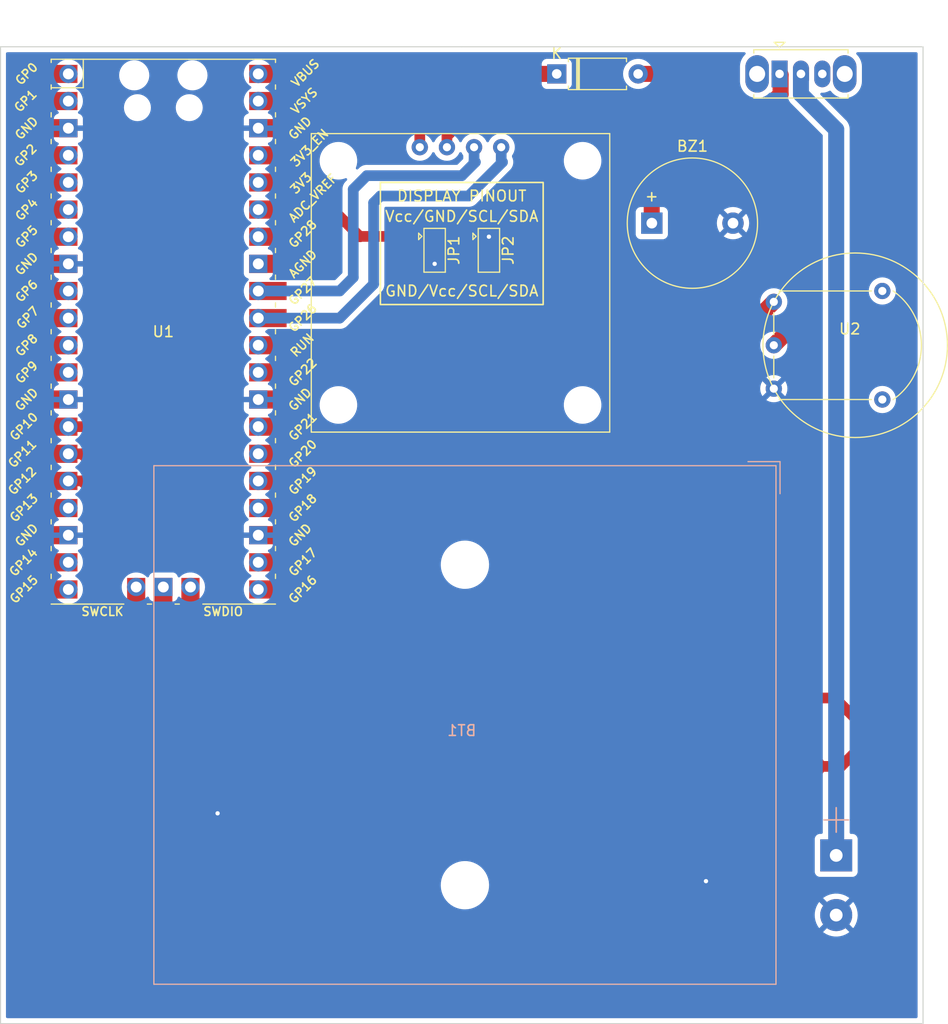
<source format=kicad_pcb>
(kicad_pcb (version 20211014) (generator pcbnew)
  (layers (0 "F.Cu" signal) (31 "B.Cu" signal) (34 "B.Paste" user) (35 "F.Paste" user) (36 "B.SilkS" user "B.Silkscreen") (37 "F.SilkS" user "F.Silkscreen") (38 "B.Mask" user) (39 "F.Mask" user) (44 "Edge.Cuts" user))
  (net 0 "")
  (net 1 "Net-(BT1-Pad1)")
  (net 2 "GND")
  (net 3 "Net-(BZ1-Pad1)")
  (net 4 "VSYS")
  (net 5 "Net-(D1-Pad2)")
  (net 6 "+3V3")
  (net 7 "Net-(JP1-Pad2)")
  (net 8 "Net-(JP2-Pad2)")
  (net 9 "GPIO11")
  (net 11 "GPIO12")
  (net 12 "GPIO10")
  (net 13 "GPIO13")
  (net 14 "GPIO16")
  (net 15 "GPIO17")
  (net 16 "PWM")
  (net 19 "SCL")
  (net 20 "SDA")
  (footprint "Diode_THT:D_A-405_P7.62mm_Horizontal" (layer "F.Cu") (at 162.56 52.07)
    (fp_text reference "D1" hide)
    (fp_text value "D_Schottky")
    (fp_text user "K" (at 0 -1.9) (layer "F.SilkS"))
    (fp_line (start 1.87 -1.47) (end 1.87 1.47) (layer "F.SilkS") (width 0.12))
    (fp_line (start 1.09 1.14) (end 1.09 1.47) (layer "F.SilkS") (width 0.12))
    (fp_line (start 6.53 1.47) (end 6.53 1.14) (layer "F.SilkS") (width 0.12))
    (fp_line (start 2.11 -1.47) (end 2.11 1.47) (layer "F.SilkS") (width 0.12))
    (fp_line (start 6.53 -1.47) (end 6.53 -1.14) (layer "F.SilkS") (width 0.12))
    (fp_line (start 1.09 -1.47) (end 6.53 -1.47) (layer "F.SilkS") (width 0.12))
    (fp_line (start 1.09 1.47) (end 6.53 1.47) (layer "F.SilkS") (width 0.12))
    (fp_line (start 1.99 -1.47) (end 1.99 1.47) (layer "F.SilkS") (width 0.12))
    (fp_line (start 1.09 -1.14) (end 1.09 -1.47) (layer "F.SilkS") (width 0.12))
    (pad "1" thru_hole rect (at 0 0) (size 1.8 1.8) (drill 0.9) (layers *.Cu *.Mask) (net 4 "VSYS"))
    (pad "2" thru_hole oval (at 7.62 0) (size 1.8 1.8) (drill 0.9) (layers *.Cu *.Mask) (net 5 "Net-(D1-Pad2)"))
  )
  (footprint "Jumper:SolderJumper-3_P1.3mm_Open_Pad1.0x1.5mm" (layer "F.Cu") (at 151.13 68.58 -90)
    (fp_text reference "JP1" (at 0 -1.8 90) (layer "F.SilkS"))
    (fp_text value "SolderJumper_3_Open" hide)
    (fp_line (start -2.05 1) (end -2.05 -1) (layer "F.SilkS") (width 0.12))
    (fp_line (start 2.05 1) (end -2.05 1) (layer "F.SilkS") (width 0.12))
    (fp_line (start -1.3 1.2) (end -1.6 1.5) (layer "F.SilkS") (width 0.12))
    (fp_line (start -2.05 -1) (end 2.05 -1) (layer "F.SilkS") (width 0.12))
    (fp_line (start 2.05 -1) (end 2.05 1) (layer "F.SilkS") (width 0.12))
    (fp_line (start -1.6 1.5) (end -1 1.5) (layer "F.SilkS") (width 0.12))
    (fp_line (start -1.3 1.2) (end -1 1.5) (layer "F.SilkS") (width 0.12))
    (pad "1" smd rect (at -1.3 0 270) (size 1 1.5) (layers "F.Cu" "F.Mask") (net 6 "+3V3"))
    (pad "2" smd rect (at 0 0 270) (size 1 1.5) (layers "F.Cu" "F.Mask") (net 7 "Net-(JP1-Pad2)"))
    (pad "3" smd rect (at 1.3 0 270) (size 1 1.5) (layers "F.Cu" "F.Mask") (net 2 "GND"))
  )
  (footprint "Silicone_Button_Pad:Silicone_Button_Pad" (layer "F.Cu") (at 138.462 128.905 -90)
    (fp_text reference "SW3" hide)
    (fp_text value "DOWN")
    (fp_line (start -3.556 10.16) (end 3.048 10.16) (layer "F.Cu") (width 0.2))
    (fp_line (start -3.048 9.652) (end 3.556 9.652) (layer "F.Cu") (width 0.2))
    (fp_line (start 3.048 9.144) (end -3.556 9.144) (layer "F.Cu") (width 0.2))
    (fp_line (start 3.556 6.604) (end -3.048 6.604) (layer "F.Cu") (width 0.2))
    (fp_line (start -3.048 8.636) (end 3.556 8.636) (layer "F.Cu") (width 0.2))
    (fp_line (start -3.556 4.064) (end 3.556 4.064) (layer "F.Cu") (width 0.2))
    (fp_line (start 2.032 7.112) (end -3.556 7.112) (layer "F.Cu") (width 0.2))
    (fp_line (start -3.048 5.588) (end 3.556 5.588) (layer "F.Cu") (width 0.2))
    (fp_line (start -3.556 5.08) (end 3.048 5.08) (layer "F.Cu") (width 0.2))
    (fp_line (start 2.032 8.128) (end -3.556 8.128) (layer "F.Cu") (width 0.2))
    (fp_line (start -3.048 10.668) (end 3.556 10.668) (layer "F.Cu") (width 0.2))
    (fp_line (start 3.556 11.176) (end -3.556 11.176) (layer "F.Cu") (width 0.2))
    (fp_line (start -3.048 4.572) (end 3.556 4.572) (layer "F.Cu") (width 0.2))
    (fp_line (start -3.556 11.176) (end -3.556 7.62) (layer "F.Cu") (width 0.2))
    (fp_line (start 3.556 4.572) (end 3.556 10.668) (layer "F.Cu") (width 0.2))
    (fp_line (start 3.556 7.62) (end -2.032 7.62) (layer "F.Cu") (width 0.2))
    (fp_line (start 3.048 6.096) (end -3.556 6.096) (layer "F.Cu") (width 0.2))
    (fp_line (start -3.556 6.858) (end -3.556 4.064) (layer "F.Cu") (width 0.2))
    (pad "1" smd roundrect (at -3.556 7.62 270) (size 2.286 1.524) (layers "F.Cu" "F.Paste" "F.Mask") (net 2 "GND"))
    (pad "2" smd roundrect (at 3.556 7.62 270) (size 2.286 1.524) (layers "F.Cu" "F.Paste" "F.Mask") (net 12 "GPIO10"))
  )
  (footprint "Buzzer_Beeper:Buzzer_12x9.5RM7.6" (layer "F.Cu") (at 171.46 66.04)
    (fp_text reference "BZ1" (at 3.8 -7.2) (layer "F.SilkS"))
    (fp_text value "Buzzer")
    (fp_text user "+" (at -0.01 -2.54) (layer "F.SilkS"))
    (fp_circle (center 3.8 0) (end 9.9 0) (layer "F.SilkS") (width 0.12) (fill none))
    (pad "1" thru_hole rect (at 0 0) (size 2 2) (drill 1) (layers *.Cu *.Mask) (net 3 "Net-(BZ1-Pad1)"))
    (pad "2" thru_hole circle (at 7.6 0) (size 2 2) (drill 1) (layers *.Cu *.Mask) (net 2 "GND"))
  )
  (footprint "Silicone_Button_Pad:Silicone_Button_Pad" (layer "F.Cu") (at 168.91 114.325)
    (fp_text reference "SW6" hide)
    (fp_text value "B")
    (fp_line (start -3.048 9.652) (end 3.556 9.652) (layer "F.Cu") (width 0.2))
    (fp_line (start 3.556 4.572) (end 3.556 10.668) (layer "F.Cu") (width 0.2))
    (fp_line (start -3.556 6.858) (end -3.556 4.064) (layer "F.Cu") (width 0.2))
    (fp_line (start -3.048 5.588) (end 3.556 5.588) (layer "F.Cu") (width 0.2))
    (fp_line (start -3.556 11.176) (end -3.556 7.62) (layer "F.Cu") (width 0.2))
    (fp_line (start -3.556 10.16) (end 3.048 10.16) (layer "F.Cu") (width 0.2))
    (fp_line (start 3.556 7.62) (end -2.032 7.62) (layer "F.Cu") (width 0.2))
    (fp_line (start -3.556 4.064) (end 3.556 4.064) (layer "F.Cu") (width 0.2))
    (fp_line (start 3.048 6.096) (end -3.556 6.096) (layer "F.Cu") (width 0.2))
    (fp_line (start 2.032 7.112) (end -3.556 7.112) (layer "F.Cu") (width 0.2))
    (fp_line (start -3.048 10.668) (end 3.556 10.668) (layer "F.Cu") (width 0.2))
    (fp_line (start -3.556 5.08) (end 3.048 5.08) (layer "F.Cu") (width 0.2))
    (fp_line (start 3.556 11.176) (end -3.556 11.176) (layer "F.Cu") (width 0.2))
    (fp_line (start 3.048 9.144) (end -3.556 9.144) (layer "F.Cu") (width 0.2))
    (fp_line (start 2.032 8.128) (end -3.556 8.128) (layer "F.Cu") (width 0.2))
    (fp_line (start -3.048 8.636) (end 3.556 8.636) (layer "F.Cu") (width 0.2))
    (fp_line (start 3.556 6.604) (end -3.048 6.604) (layer "F.Cu") (width 0.2))
    (fp_line (start -3.048 4.572) (end 3.556 4.572) (layer "F.Cu") (width 0.2))
    (pad "1" smd roundrect (at -3.556 7.62) (size 2.286 1.524) (layers "F.Cu" "F.Paste" "F.Mask") (net 2 "GND"))
    (pad "2" smd roundrect (at 3.556 7.62) (size 2.286 1.524) (layers "F.Cu" "F.Paste" "F.Mask") (net 14 "GPIO16"))
  )
  (footprint "Button_Switch_THT:SW_Slide_1P2T_CK_OS102011MS2Q" (layer "F.Cu") (at 183.42 52.07)
    (fp_text reference "SW2" hide)
    (fp_text value "SW_SPDT")
    (fp_line (start 6.41 -2.26) (end 6.41 -1.95) (layer "F.SilkS") (width 0.12))
    (fp_line (start -2.41 -2.26) (end 6.41 -2.26) (layer "F.SilkS") (width 0.12))
    (fp_line (start 6.41 2.26) (end -2.41 2.26) (layer "F.SilkS") (width 0.12))
    (fp_line (start -0.5 -2.96) (end 0 -2.46) (layer "F.SilkS") (width 0.12))
    (fp_line (start 0.5 -2.96) (end -0.5 -2.96) (layer "F.SilkS") (width 0.12))
    (fp_line (start -2.41 2.26) (end -2.41 1.95) (layer "F.SilkS") (width 0.12))
    (fp_line (start 0 -2.46) (end 0.5 -2.96) (layer "F.SilkS") (width 0.12))
    (fp_line (start -2.41 -1.95) (end -2.41 -2.26) (layer "F.SilkS") (width 0.12))
    (fp_line (start 6.41 2.26) (end 6.41 1.95) (layer "F.SilkS") (width 0.12))
    (pad "" thru_hole oval (at -2.1 0) (size 2.2 3.5) (drill 1.5) (layers *.Cu *.Mask))
    (pad "" thru_hole oval (at 6.1 0) (size 2.2 3.5) (drill 1.5) (layers *.Cu *.Mask))
    (pad "1" thru_hole rect (at 0 0) (size 1.5 2.5) (drill 0.8) (layers *.Cu *.Mask) (net 5 "Net-(D1-Pad2)"))
    (pad "2" thru_hole oval (at 2 0) (size 1.5 2.5) (drill 0.8) (layers *.Cu *.Mask) (net 1 "Net-(BT1-Pad1)"))
    (pad "3" thru_hole oval (at 4 0) (size 1.5 2.5) (drill 0.8) (layers *.Cu *.Mask))
  )
  (footprint "MCU_RaspberryPi_and_Boards:RPi_Pico_SMD_TH" (layer "F.Cu") (at 125.73 76.2)
    (fp_text reference "U1" (at 0 0) (layer "F.SilkS"))
    (fp_text value "Pico")
    (fp_text user "GND" (at -12.8 -6.35 45) (layer "F.SilkS") (effects (font (size 0.8 0.8))))
    (fp_text user "GP9" (at -12.8 3.81 45) (layer "F.SilkS") (effects (font (size 0.8 0.8))))
    (fp_text user "GP8" (at -12.8 1.27 45) (layer "F.SilkS") (effects (font (size 0.8 0.8))))
    (fp_text user "GP10" (at -13.054 8.89 45) (layer "F.SilkS") (effects (font (size 0.8 0.8))))
    (fp_text user "GND" (at -12.8 19.05 45) (layer "F.SilkS") (effects (font (size 0.8 0.8))))
    (fp_text user "GP21" (at 13.054 8.9 45) (layer "F.SilkS") (effects (font (size 0.8 0.8))))
    (fp_text user "GP4" (at -12.8 -11.43 45) (layer "F.SilkS") (effects (font (size 0.8 0.8))))
    (fp_text user "GP11" (at -13.2 11.43 45) (layer "F.SilkS") (effects (font (size 0.8 0.8))))
    (fp_text user "GP22" (at 13.054 3.81 45) (layer "F.SilkS") (effects (font (size 0.8 0.8))))
    (fp_text user "GP0" (at -12.8 -24.13 45) (layer "F.SilkS") (effects (font (size 0.8 0.8))))
    (fp_text user "GP6" (at -12.8 -3.81 45) (layer "F.SilkS") (effects (font (size 0.8 0.8))))
    (fp_text user "GP27" (at 13.054 -3.8 45) (layer "F.SilkS") (effects (font (size 0.8 0.8))))
    (fp_text user "GP26" (at 13.054 -1.27 45) (layer "F.SilkS") (effects (font (size 0.8 0.8))))
    (fp_text user "GP18" (at 13.054 16.51 45) (layer "F.SilkS") (effects (font (size 0.8 0.8))))
    (fp_text user "SWDIO" (at 5.6 26.2) (layer "F.SilkS") (effects (font (size 0.8 0.8))))
    (fp_text user "AGND" (at 13.054 -6.35 45) (layer "F.SilkS") (effects (font (size 0.8 0.8))))
    (fp_text user "GP15" (at -13.054 24.13 45) (layer "F.SilkS") (effects (font (size 0.8 0.8))))
    (fp_text user "GP7" (at -12.7 -1.3 45) (layer "F.SilkS") (effects (font (size 0.8 0.8))))
    (fp_text user "3V3_EN" (at 13.7 -17.2 45) (layer "F.SilkS") (effects (font (size 0.8 0.8))))
    (fp_text user "GP17" (at 13.054 21.59 45) (layer "F.SilkS") (effects (font (size 0.8 0.8))))
    (fp_text user "GP14" (at -13.1 21.59 45) (layer "F.SilkS") (effects (font (size 0.8 0.8))))
    (fp_text user "GP19" (at 13.054 13.97 45) (layer "F.SilkS") (effects (font (size 0.8 0.8))))
    (fp_text user "VSYS" (at 13.2 -21.59 45) (layer "F.SilkS") (effects (font (size 0.8 0.8))))
    (fp_text user "GP16" (at 13.054 24.13 45) (layer "F.SilkS") (effects (font (size 0.8 0.8))))
    (fp_text user "GND" (at 12.8 6.35 45) (layer "F.SilkS") (effects (font (size 0.8 0.8))))
    (fp_text user "VBUS" (at 13.3 -24.2 45) (layer "F.SilkS") (effects (font (size 0.8 0.8))))
    (fp_text user "ADC_VREF" (at 14 -12.5 45) (layer "F.SilkS") (effects (font (size 0.8 0.8))))
    (fp_text user "GP3" (at -12.8 -13.97 45) (layer "F.SilkS") (effects (font (size 0.8 0.8))))
    (fp_text user "GP5" (at -12.8 -8.89 45) (layer "F.SilkS") (effects (font (size 0.8 0.8))))
    (fp_text user "GND" (at 12.8 -19.05 45) (layer "F.SilkS") (effects (font (size 0.8 0.8))))
    (fp_text user "GP1" (at -12.9 -21.6 45) (layer "F.SilkS") (effects (font (size 0.8 0.8))))
    (fp_text user "GP13" (at -13.054 16.51 45) (layer "F.SilkS") (effects (font (size 0.8 0.8))))
    (fp_text user "SWCLK" (at -5.7 26.2) (layer "F.SilkS") (effects (font (size 0.8 0.8))))
    (fp_text user "3V3" (at 12.9 -13.9 45) (layer "F.SilkS") (effects (font (size 0.8 0.8))))
    (fp_text user "GND" (at -12.8 6.35 45) (layer "F.SilkS") (effects (font (size 0.8 0.8))))
    (fp_text user "RUN" (at 13 1.27 45) (layer "F.SilkS") (effects (font (size 0.8 0.8))))
    (fp_text user "GND" (at -12.8 -19.05 45) (layer "F.SilkS") (effects (font (size 0.8 0.8))))
    (fp_text user "GP12" (at -13.2 13.97 45) (layer "F.SilkS") (effects (font (size 0.8 0.8))))
    (fp_text user "GP20" (at 13.054 11.43 45) (layer "F.SilkS") (effects (font (size 0.8 0.8))))
    (fp_text user "GP2" (at -12.9 -16.51 45) (layer "F.SilkS") (effects (font (size 0.8 0.8))))
    (fp_text user "GND" (at 12.8 19.05 45) (layer "F.SilkS") (effects (font (size 0.8 0.8))))
    (fp_text user "GP28" (at 13.054 -9.144 45) (layer "F.SilkS") (effects (font (size 0.8 0.8))))
    (fp_line (start 10.5 -2.7) (end 10.5 -2.3) (layer "F.SilkS") (width 0.12))
    (fp_line (start 10.5 -15.4) (end 10.5 -15) (layer "F.SilkS") (width 0.12))
    (fp_line (start 10.5 10) (end 10.5 10.4) (layer "F.SilkS") (width 0.12))
    (fp_line (start 10.5 20.1) (end 10.5 20.5) (layer "F.SilkS") (width 0.12))
    (fp_line (start -10.5 22.7) (end -10.5 23.1) (layer "F.SilkS") (width 0.12))
    (fp_line (start -1.5 25.5) (end -1.1 25.5) (layer "F.SilkS") (width 0.12))
    (fp_line (start -10.5 10) (end -10.5 10.4) (layer "F.SilkS") (width 0.12))
    (fp_line (start 10.5 2.3) (end 10.5 2.7) (layer "F.SilkS") (width 0.12))
    (fp_line (start 10.5 25.5) (end 3.7 25.5) (layer "F.SilkS") (width 0.12))
    (fp_line (start -10.5 -25.5) (end 10.5 -25.5) (layer "F.SilkS") (width 0.12))
    (fp_line (start 10.5 15.1) (end 10.5 15.5) (layer "F.SilkS") (width 0.12))
    (fp_line (start -3.7 25.5) (end -10.5 25.5) (layer "F.SilkS") (width 0.12))
    (fp_line (start -10.5 -10.4) (end -10.5 -10) (layer "F.SilkS") (width 0.12))
    (fp_line (start -10.5 15.1) (end -10.5 15.5) (layer "F.SilkS") (width 0.12))
    (fp_line (start -10.5 -0.2) (end -10.5 0.2) (layer "F.SilkS") (width 0.12))
    (fp_line (start 10.5 -5.3) (end 10.5 -4.9) (layer "F.SilkS") (width 0.12))
    (fp_line (start 10.5 -18) (end 10.5 -17.6) (layer "F.SilkS") (width 0.12))
    (fp_line (start -10.5 -25.5) (end -10.5 -25.2) (layer "F.SilkS") (width 0.12))
    (fp_line (start 10.5 4.9) (end 10.5 5.3) (layer "F.SilkS") (width 0.12))
    (fp_line (start 10.5 -20.5) (end 10.5 -20.1) (layer "F.SilkS") (width 0.12))
    (fp_line (start -10.5 -22.833) (end -7.493 -22.833) (layer "F.SilkS") (width 0.12))
    (fp_line (start -10.5 12.5) (end -10.5 12.9) (layer "F.SilkS") (width 0.12))
    (fp_line (start -10.5 -23.1) (end -10.5 -22.7) (layer "F.SilkS") (width 0.12))
    (fp_line (start -10.5 -18) (end -10.5 -17.6) (layer "F.SilkS") (width 0.12))
    (fp_line (start 10.5 -7.8) (end 10.5 -7.4) (layer "F.SilkS") (width 0.12))
    (fp_line (start -10.5 4.9) (end -10.5 5.3) (layer "F.SilkS") (width 0.12))
    (fp_line (start 1.1 25.5) (end 1.5 25.5) (layer "F.SilkS") (width 0.12))
    (fp_line (start 10.5 17.6) (end 10.5 18) (layer "F.SilkS") (width 0.12))
    (fp_line (start -10.5 -5.3) (end -10.5 -4.9) (layer "F.SilkS") (width 0.12))
    (fp_line (start 10.5 -23.1) (end 10.5 -22.7) (layer "F.SilkS") (width 0.12))
    (fp_line (start -10.5 -15.4) (end -10.5 -15) (layer "F.SilkS") (width 0.12))
    (fp_line (start 10.5 -10.4) (end 10.5 -10) (layer "F.SilkS") (width 0.12))
    (fp_line (start -10.5 20.1) (end -10.5 20.5) (layer "F.SilkS") (width 0.12))
    (fp_line (start -10.5 -2.7) (end -10.5 -2.3) (layer "F.SilkS") (width 0.12))
    (fp_line (start 10.5 -25.5) (end 10.5 -25.2) (layer "F.SilkS") (width 0.12))
    (fp_line (start -10.5 -20.5) (end -10.5 -20.1) (layer "F.SilkS") (width 0.12))
    (fp_line (start 10.5 12.5) (end 10.5 12.9) (layer "F.SilkS") (width 0.12))
    (fp_line (start -10.5 -12.9) (end -10.5 -12.5) (layer "F.SilkS") (width 0.12))
    (fp_line (start -10.5 2.3) (end -10.5 2.7) (layer "F.SilkS") (width 0.12))
    (fp_line (start -7.493 -22.833) (end -7.493 -25.5) (layer "F.SilkS") (width 0.12))
    (fp_line (start 10.5 22.7) (end 10.5 23.1) (layer "F.SilkS") (width 0.12))
    (fp_line (start 10.5 -12.9) (end 10.5 -12.5) (layer "F.SilkS") (width 0.12))
    (fp_line (start 10.5 7.4) (end 10.5 7.8) (layer "F.SilkS") (width 0.12))
    (fp_line (start -10.5 7.4) (end -10.5 7.8) (layer "F.SilkS") (width 0.12))
    (fp_line (start 10.5 -0.2) (end 10.5 0.2) (layer "F.SilkS") (width 0.12))
    (fp_line (start -10.5 17.6) (end -10.5 18) (layer "F.SilkS") (width 0.12))
    (fp_line (start -10.5 -7.8) (end -10.5 -7.4) (layer "F.SilkS") (width 0.12))
    (pad "" np_thru_hole oval (at 2.725 -24) (size 1.8 1.8) (drill 1.8) (layers *.Cu *.Mask))
    (pad "" np_thru_hole oval (at -2.725 -24) (size 1.8 1.8) (drill 1.8) (layers *.Cu *.Mask))
    (pad "" np_thru_hole oval (at 2.425 -20.97) (size 1.5 1.5) (drill 1.5) (layers *.Cu *.Mask))
    (pad "" np_thru_hole oval (at -2.425 -20.97) (size 1.5 1.5) (drill 1.5) (layers *.Cu *.Mask))
    (pad "1" smd rect (at -8.89 -24.13) (size 3.5 1.7) (drill (offset -0.9 0)) (layers "F.Cu" "F.Mask"))
    (pad "1" thru_hole oval (at -8.89 -24.13) (size 1.7 1.7) (drill 1.02) (layers *.Cu *.Mask))
    (pad "2" smd rect (at -8.89 -21.59) (size 3.5 1.7) (drill (offset -0.9 0)) (layers "F.Cu" "F.Mask"))
    (pad "2" thru_hole oval (at -8.89 -21.59) (size 1.7 1.7) (drill 1.02) (layers *.Cu *.Mask))
    (pad "3" thru_hole rect (at -8.89 -19.05) (size 1.7 1.7) (drill 1.02) (layers *.Cu *.Mask) (net 2 "GND"))
    (pad "3" smd rect (at -8.89 -19.05) (size 3.5 1.7) (drill (offset -0.9 0)) (layers "F.Cu" "F.Mask") (net 2 "GND"))
    (pad "4" thru_hole oval (at -8.89 -16.51) (size 1.7 1.7) (drill 1.02) (layers *.Cu *.Mask))
    (pad "4" smd rect (at -8.89 -16.51) (size 3.5 1.7) (drill (offset -0.9 0)) (layers "F.Cu" "F.Mask"))
    (pad "5" thru_hole oval (at -8.89 -13.97) (size 1.7 1.7) (drill 1.02) (layers *.Cu *.Mask))
    (pad "5" smd rect (at -8.89 -13.97) (size 3.5 1.7) (drill (offset -0.9 0)) (layers "F.Cu" "F.Mask"))
    (pad "6" thru_hole oval (at -8.89 -11.43) (size 1.7 1.7) (drill 1.02) (layers *.Cu *.Mask))
    (pad "6" smd rect (at -8.89 -11.43) (size 3.5 1.7) (drill (offset -0.9 0)) (layers "F.Cu" "F.Mask"))
    (pad "7" smd rect (at -8.89 -8.89) (size 3.5 1.7) (drill (offset -0.9 0)) (layers "F.Cu" "F.Mask"))
    (pad "7" thru_hole oval (at -8.89 -8.89) (size 1.7 1.7) (drill 1.02) (layers *.Cu *.Mask))
    (pad "8" thru_hole rect (at -8.89 -6.35) (size 1.7 1.7) (drill 1.02) (layers *.Cu *.Mask) (net 2 "GND"))
    (pad "8" smd rect (at -8.89 -6.35) (size 3.5 1.7) (drill (offset -0.9 0)) (layers "F.Cu" "F.Mask") (net 2 "GND"))
    (pad "9" smd rect (at -8.89 -3.81) (size 3.5 1.7) (drill (offset -0.9 0)) (layers "F.Cu" "F.Mask"))
    (pad "9" thru_hole oval (at -8.89 -3.81) (size 1.7 1.7) (drill 1.02) (layers *.Cu *.Mask))
    (pad "10" smd rect (at -8.89 -1.27) (size 3.5 1.7) (drill (offset -0.9 0)) (layers "F.Cu" "F.Mask"))
    (pad "10" thru_hole oval (at -8.89 -1.27) (size 1.7 1.7) (drill 1.02) (layers *.Cu *.Mask))
    (pad "11" smd rect (at -8.89 1.27) (size 3.5 1.7) (drill (offset -0.9 0)) (layers "F.Cu" "F.Mask"))
    (pad "11" thru_hole oval (at -8.89 1.27) (size 1.7 1.7) (drill 1.02) (layers *.Cu *.Mask))
    (pad "12" smd rect (at -8.89 3.81) (size 3.5 1.7) (drill (offset -0.9 0)) (layers "F.Cu" "F.Mask"))
    (pad "12" thru_hole oval (at -8.89 3.81) (size 1.7 1.7) (drill 1.02) (layers *.Cu *.Mask))
    (pad "13" smd rect (at -8.89 6.35) (size 3.5 1.7) (drill (offset -0.9 0)) (layers "F.Cu" "F.Mask") (net 2 "GND"))
    (pad "13" thru_hole rect (at -8.89 6.35) (size 1.7 1.7) (drill 1.02) (layers *.Cu *.Mask) (net 2 "GND"))
    (pad "14" smd rect (at -8.89 8.89) (size 3.5 1.7) (drill (offset -0.9 0)) (layers "F.Cu" "F.Mask") (net 12 "GPIO10"))
    (pad "14" thru_hole oval (at -8.89 8.89) (size 1.7 1.7) (drill 1.02) (layers *.Cu *.Mask) (net 12 "GPIO10"))
    (pad "15" thru_hole oval (at -8.89 11.43) (size 1.7 1.7) (drill 1.02) (layers *.Cu *.Mask) (net 9 "GPIO11"))
    (pad "15" smd rect (at -8.89 11.43) (size 3.5 1.7) (drill (offset -0.9 0)) (layers "F.Cu" "F.Mask") (net 9 "GPIO11"))
    (pad "16" smd rect (at -8.89 13.97) (size 3.5 1.7) (drill (offset -0.9 0)) (layers "F.Cu" "F.Mask") (net 11 "GPIO12"))
    (pad "16" thru_hole oval (at -8.89 13.97) (size 1.7 1.7) (drill 1.02) (layers *.Cu *.Mask) (net 11 "GPIO12"))
    (pad "17" thru_hole oval (at -8.89 16.51) (size 1.7 1.7) (drill 1.02) (layers *.Cu *.Mask) (net 13 "GPIO13"))
    (pad "17" smd rect (at -8.89 16.51) (size 3.5 1.7) (drill (offset -0.9 0)) (layers "F.Cu" "F.Mask") (net 13 "GPIO13"))
    (pad "18" thru_hole rect (at -8.89 19.05) (size 1.7 1.7) (drill 1.02) (layers *.Cu *.Mask) (net 2 "GND"))
    (pad "18" smd rect (at -8.89 19.05) (size 3.5 1.7) (drill (offset -0.9 0)) (layers "F.Cu" "F.Mask") (net 2 "GND"))
    (pad "19" thru_hole oval (at -8.89 21.59) (size 1.7 1.7) (drill 1.02) (layers *.Cu *.Mask))
    (pad "19" smd rect (at -8.89 21.59) (size 3.5 1.7) (drill (offset -0.9 0)) (layers "F.Cu" "F.Mask"))
    (pad "20" thru_hole oval (at -8.89 24.13) (size 1.7 1.7) (drill 1.02) (layers *.Cu *.Mask))
    (pad "20" smd rect (at -8.89 24.13) (size 3.5 1.7) (drill (offset -0.9 0)) (layers "F.Cu" "F.Mask"))
    (pad "21" thru_hole oval (at 8.89 24.13) (size 1.7 1.7) (drill 1.02) (layers *.Cu *.Mask) (net 14 "GPIO16"))
    (pad "21" smd rect (at 8.89 24.13) (size 3.5 1.7) (drill (offset 0.9 0)) (layers "F.Cu" "F.Mask") (net 14 "GPIO16"))
    (pad "22" thru_hole oval (at 8.89 21.59) (size 1.7 1.7) (drill 1.02) (layers *.Cu *.Mask) (net 15 "GPIO17"))
    (pad "22" smd rect (at 8.89 21.59) (size 3.5 1.7) (drill (offset 0.9 0)) (layers "F.Cu" "F.Mask") (net 15 "GPIO17"))
    (pad "23" smd rect (at 8.89 19.05) (size 3.5 1.7) (drill (offset 0.9 0)) (layers "F.Cu" "F.Mask") (net 2 "GND"))
    (pad "23" thru_hole rect (at 8.89 19.05) (size 1.7 1.7) (drill 1.02) (layers *.Cu *.Mask) (net 2 "GND"))
    (pad "24" smd rect (at 8.89 16.51) (size 3.5 1.7) (drill (offset 0.9 0)) (layers "F.Cu" "F.Mask"))
    (pad "24" thru_hole oval (at 8.89 16.51) (size 1.7 1.7) (drill 1.02) (layers *.Cu *.Mask))
    (pad "25" smd rect (at 8.89 13.97) (size 3.5 1.7) (drill (offset 0.9 0)) (layers "F.Cu" "F.Mask"))
    (pad "25" thru_hole oval (at 8.89 13.97) (size 1.7 1.7) (drill 1.02) (layers *.Cu *.Mask))
    (pad "26" smd rect (at 8.89 11.43) (size 3.5 1.7) (drill (offset 0.9 0)) (layers "F.Cu" "F.Mask"))
    (pad "26" thru_hole oval (at 8.89 11.43) (size 1.7 1.7) (drill 1.02) (layers *.Cu *.Mask))
    (pad "27" thru_hole oval (at 8.89 8.89) (size 1.7 1.7) (drill 1.02) (layers *.Cu *.Mask))
    (pad "27" smd rect (at 8.89 8.89) (size 3.5 1.7) (drill (offset 0.9 0)) (layers "F.Cu" "F.Mask"))
    (pad "28" smd rect (at 8.89 6.35) (size 3.5 1.7) (drill (offset 0.9 0)) (layers "F.Cu" "F.Mask") (net 2 "GND"))
    (pad "28" thru_hole rect (at 8.89 6.35) (size 1.7 1.7) (drill 1.02) (layers *.Cu *.Mask) (net 2 "GND"))
    (pad "29" smd rect (at 8.89 3.81) (size 3.5 1.7) (drill (offset 0.9 0)) (layers "F.Cu" "F.Mask") (net 16 "PWM"))
    (pad "29" thru_hole oval (at 8.89 3.81) (size 1.7 1.7) (drill 1.02) (layers *.Cu *.Mask) (net 16 "PWM"))
    (pad "30" thru_hole oval (at 8.89 1.27) (size 1.7 1.7) (drill 1.02) (layers *.Cu *.Mask))
    (pad "30" smd rect (at 8.89 1.27) (size 3.5 1.7) (drill (offset 0.9 0)) (layers "F.Cu" "F.Mask"))
    (pad "31" thru_hole oval (at 8.89 -1.27) (size 1.7 1.7) (drill 1.02) (layers *.Cu *.Mask) (net 20 "SDA"))
    (pad "31" smd rect (at 8.89 -1.27) (size 3.5 1.7) (drill (offset 0.9 0)) (layers "F.Cu" "F.Mask") (net 20 "SDA"))
    (pad "32" smd rect (at 8.89 -3.81) (size 3.5 1.7) (drill (offset 0.9 0)) (layers "F.Cu" "F.Mask") (net 19 "SCL"))
    (pad "32" thru_hole oval (at 8.89 -3.81) (size 1.7 1.7) (drill 1.02) (layers *.Cu *.Mask) (net 19 "SCL"))
    (pad "33" smd rect (at 8.89 -6.35) (size 3.5 1.7) (drill (offset 0.9 0)) (layers "F.Cu" "F.Mask"))
    (pad "33" thru_hole rect (at 8.89 -6.35) (size 1.7 1.7) (drill 1.02) (layers *.Cu *.Mask))
    (pad "34" smd rect (at 8.89 -8.89) (size 3.5 1.7) (drill (offset 0.9 0)) (layers "F.Cu" "F.Mask"))
    (pad "34" thru_hole oval (at 8.89 -8.89) (size 1.7 1.7) (drill 1.02) (layers *.Cu *.Mask))
    (pad "35" smd rect (at 8.89 -11.43) (size 3.5 1.7) (drill (offset 0.9 0)) (layers "F.Cu" "F.Mask"))
    (pad "35" thru_hole oval (at 8.89 -11.43) (size 1.7 1.7) (drill 1.02) (layers *.Cu *.Mask))
    (pad "36" thru_hole oval (at 8.89 -13.97) (size 1.7 1.7) (drill 1.02) (layers *.Cu *.Mask) (net 6 "+3V3"))
    (pad "36" smd rect (at 8.89 -13.97) (size 3.5 1.7) (drill (offset 0.9 0)) (layers "F.Cu" "F.Mask") (net 6 "+3V3"))
    (pad "37" thru_hole oval (at 8.89 -16.51) (size 1.7 1.7) (drill 1.02) (layers *.Cu *.Mask))
    (pad "37" smd rect (at 8.89 -16.51) (size 3.5 1.7) (drill (offset 0.9 0)) (layers "F.Cu" "F.Mask"))
    (pad "38" thru_hole rect (at 8.89 -19.05) (size 1.7 1.7) (drill 1.02) (layers *.Cu *.Mask) (net 2 "GND"))
    (pad "38" smd rect (at 8.89 -19.05) (size 3.5 1.7) (drill (offset 0.9 0)) (layers "F.Cu" "F.Mask") (net 2 "GND"))
    (pad "39" thru_hole oval (at 8.89 -21.59) (size 1.7 1.7) (drill 1.02) (layers *.Cu *.Mask) (net 4 "VSYS"))
    (pad "39" smd rect (at 8.89 -21.59) (size 3.5 1.7) (drill (offset 0.9 0)) (layers "F.Cu" "F.Mask") (net 4 "VSYS"))
    (pad "40" smd rect (at 8.89 -24.13) (size 3.5 1.7) (drill (offset 0.9 0)) (layers "F.Cu" "F.Mask"))
    (pad "40" thru_hole oval (at 8.89 -24.13) (size 1.7 1.7) (drill 1.02) (layers *.Cu *.Mask))
    (pad "41" smd rect (at -2.54 23.9 90) (size 3.5 1.7) (drill (offset -0.9 0)) (layers "F.Cu" "F.Mask"))
    (pad "41" thru_hole oval (at -2.54 23.9) (size 1.7 1.7) (drill 1.02) (layers *.Cu *.Mask))
    (pad "42" smd rect (at 0 23.9 90) (size 3.5 1.7) (drill (offset -0.9 0)) (layers "F.Cu" "F.Mask"))
    (pad "42" thru_hole rect (at 0 23.9) (size 1.7 1.7) (drill 1.02) (layers *.Cu *.Mask))
    (pad "43" thru_hole oval (at 2.54 23.9) (size 1.7 1.7) (drill 1.02) (layers *.Cu *.Mask))
    (pad "43" smd rect (at 2.54 23.9 90) (size 3.5 1.7) (drill (offset -0.9 0)) (layers "F.Cu" "F.Mask"))
  )
  (footprint "Silicone_Button_Pad:Silicone_Button_Pad" (layer "F.Cu") (at 138.43 113.652)
    (fp_text reference "SW5" hide)
    (fp_text value "RIGHT")
    (fp_line (start -3.556 6.858) (end -3.556 4.064) (layer "F.Cu") (width 0.2))
    (fp_line (start -3.556 5.08) (end 3.048 5.08) (layer "F.Cu") (width 0.2))
    (fp_line (start -3.556 4.064) (end 3.556 4.064) (layer "F.Cu") (width 0.2))
    (fp_line (start 3.048 6.096) (end -3.556 6.096) (layer "F.Cu") (width 0.2))
    (fp_line (start -3.556 11.176) (end -3.556 7.62) (layer "F.Cu") (width 0.2))
    (fp_line (start 3.556 7.62) (end -2.032 7.62) (layer "F.Cu") (width 0.2))
    (fp_line (start -3.048 10.668) (end 3.556 10.668) (layer "F.Cu") (width 0.2))
    (fp_line (start 2.032 7.112) (end -3.556 7.112) (layer "F.Cu") (width 0.2))
    (fp_line (start -3.048 9.652) (end 3.556 9.652) (layer "F.Cu") (width 0.2))
    (fp_line (start 2.032 8.128) (end -3.556 8.128) (layer "F.Cu") (width 0.2))
    (fp_line (start 3.556 6.604) (end -3.048 6.604) (layer "F.Cu") (width 0.2))
    (fp_line (start 3.556 11.176) (end -3.556 11.176) (layer "F.Cu") (width 0.2))
    (fp_line (start -3.556 10.16) (end 3.048 10.16) (layer "F.Cu") (width 0.2))
    (fp_line (start 3.048 9.144) (end -3.556 9.144) (layer "F.Cu") (width 0.2))
    (fp_line (start -3.048 5.588) (end 3.556 5.588) (layer "F.Cu") (width 0.2))
    (fp_line (start 3.556 4.572) (end 3.556 10.668) (layer "F.Cu") (width 0.2))
    (fp_line (start -3.048 4.572) (end 3.556 4.572) (layer "F.Cu") (width 0.2))
    (fp_line (start -3.048 8.636) (end 3.556 8.636) (layer "F.Cu") (width 0.2))
    (pad "1" smd roundrect (at -3.556 7.62) (size 2.286 1.524) (layers "F.Cu" "F.Paste" "F.Mask") (net 2 "GND"))
    (pad "2" smd roundrect (at 3.556 7.62) (size 2.286 1.524) (layers "F.Cu" "F.Paste" "F.Mask") (net 9 "GPIO11"))
  )
  (footprint "Volume_Wheel:Volume_Wheel" (layer "F.Cu") (at 190.5 77.47)
    (fp_text reference "U2" (at -0.508 -1.524 unlocked) (layer "F.SilkS"))
    (fp_text value "Volume_Wheel")
    (fp_line (start -7.112 -5.08) (end 1.524 -5.08) (layer "F.SilkS") (width 0.12))
    (fp_line (start -7.62 1.016) (end -7.62 3.048) (layer "F.SilkS") (width 0.12))
    (fp_line (start -7.62 -3.048) (end -7.62 -1.016) (layer "F.SilkS") (width 0.12))
    (fp_line (start -7.112 5.08) (end 1.524 5.08) (layer "F.SilkS") (width 0.12))
    (fp_arc (start 3.556 -5.08) (mid 6.20093 0) (end 3.556 5.08) (layer "F.SilkS") (width 0.12))
    (fp_circle (center 0 0) (end -8.636 0) (layer "F.SilkS") (width 0.12) (fill none))
    (pad "1" thru_hole circle (at -7.62 -4.064) (size 1.524 1.524) (drill 0.762) (layers *.Cu *.Mask) (net 16 "PWM"))
    (pad "2" thru_hole circle (at -7.62 0) (size 1.524 1.524) (drill 0.762) (layers *.Cu *.Mask) (net 3 "Net-(BZ1-Pad1)"))
    (pad "3" thru_hole circle (at -7.62 4.064) (size 1.524 1.524) (drill 0.762) (layers *.Cu *.Mask) (net 2 "GND"))
    (pad "4" thru_hole circle (at 2.54 -5.08) (size 1.524 1.524) (drill 0.762) (layers *.Cu *.Mask))
    (pad "5" thru_hole circle (at 2.54 5.08) (size 1.524 1.524) (drill 0.762) (layers *.Cu *.Mask))
  )
  (footprint "0.91_128x64_SSD1306_Oled_Display:0.91_128x64_SSD1306_Oled_Display" (layer "F.Cu") (at 153.55 71.63)
    (fp_text reference "U3" hide)
    (fp_text value "128x64_OLED")
    (fp_line (start 13.97 13.97) (end -13.97 13.97) (layer "F.SilkS") (width 0.12))
    (fp_line (start 13.97 -13.97) (end 13.97 13.97) (layer "F.SilkS") (width 0.12))
    (fp_line (start -13.97 -13.97) (end 13.97 -13.97) (layer "F.SilkS") (width 0.12))
    (fp_line (start -13.97 13.97) (end -13.97 -13.97) (layer "F.SilkS") (width 0.12))
    (pad "" np_thru_hole circle (at 11.43 11.43) (size 0 0) (drill 2.5) (layers F&B.Cu *.Mask))
    (pad "" np_thru_hole circle (at 11.43 -11.43) (size 0 0) (drill 2.5) (layers F&B.Cu *.Mask))
    (pad "" np_thru_hole circle (at -11.43 -11.43) (size 0 0) (drill 2.5) (layers F&B.Cu *.Mask))
    (pad "" np_thru_hole circle (at -11.43 11.43) (size 0 0) (drill 2.5) (layers F&B.Cu *.Mask))
    (pad "1" thru_hole circle (at -3.81 -12.7) (size 1.524 1.524) (drill 0.762) (layers *.Cu *.Mask) (net 7 "Net-(JP1-Pad2)"))
    (pad "2" thru_hole circle (at -1.27 -12.7) (size 1.524 1.524) (drill 0.762) (layers *.Cu *.Mask) (net 8 "Net-(JP2-Pad2)"))
    (pad "3" thru_hole circle (at 1.27 -12.7) (size 1.524 1.524) (drill 0.762) (layers *.Cu *.Mask) (net 19 "SCL"))
    (pad "4" thru_hole circle (at 3.81 -12.7) (size 1.524 1.524) (drill 0.762) (layers *.Cu *.Mask) (net 20 "SDA"))
  )
  (footprint "Silicone_Button_Pad:Silicone_Button_Pad" (layer "F.Cu") (at 182.88 109.274)
    (fp_text reference "SW7" hide)
    (fp_text value "A")
    (fp_line (start 3.556 7.62) (end -2.032 7.62) (layer "F.Cu") (width 0.2))
    (fp_line (start 3.556 11.176) (end -3.556 11.176) (layer "F.Cu") (width 0.2))
    (fp_line (start 3.048 9.144) (end -3.556 9.144) (layer "F.Cu") (width 0.2))
    (fp_line (start -3.556 5.08) (end 3.048 5.08) (layer "F.Cu") (width 0.2))
    (fp_line (start -3.556 6.858) (end -3.556 4.064) (layer "F.Cu") (width 0.2))
    (fp_line (start -3.048 8.636) (end 3.556 8.636) (layer "F.Cu") (width 0.2))
    (fp_line (start -3.556 11.176) (end -3.556 7.62) (layer "F.Cu") (width 0.2))
    (fp_line (start 2.032 8.128) (end -3.556 8.128) (layer "F.Cu") (width 0.2))
    (fp_line (start 2.032 7.112) (end -3.556 7.112) (layer "F.Cu") (width 0.2))
    (fp_line (start -3.048 5.588) (end 3.556 5.588) (layer "F.Cu") (width 0.2))
    (fp_line (start -3.048 10.668) (end 3.556 10.668) (layer "F.Cu") (width 0.2))
    (fp_line (start 3.556 4.572) (end 3.556 10.668) (layer "F.Cu") (width 0.2))
    (fp_line (start 3.048 6.096) (end -3.556 6.096) (layer "F.Cu") (width 0.2))
    (fp_line (start -3.556 4.064) (end 3.556 4.064) (layer "F.Cu") (width 0.2))
    (fp_line (start -3.048 4.572) (end 3.556 4.572) (layer "F.Cu") (width 0.2))
    (fp_line (start -3.048 9.652) (end 3.556 9.652) (layer "F.Cu") (width 0.2))
    (fp_line (start 3.556 6.604) (end -3.048 6.604) (layer "F.Cu") (width 0.2))
    (fp_line (start -3.556 10.16) (end 3.048 10.16) (layer "F.Cu") (width 0.2))
    (pad "1" smd roundrect (at -3.556 7.62) (size 2.286 1.524) (layers "F.Cu" "F.Paste" "F.Mask") (net 2 "GND"))
    (pad "2" smd roundrect (at 3.556 7.62) (size 2.286 1.524) (layers "F.Cu" "F.Paste" "F.Mask") (net 15 "GPIO17"))
  )
  (footprint "Silicone_Button_Pad:Silicone_Button_Pad" (layer "F.Cu") (at 123.19 113.792 90)
    (fp_text reference "SW1" hide)
    (fp_text value "UP")
    (fp_line (start 3.048 6.096) (end -3.556 6.096) (layer "F.Cu") (width 0.2))
    (fp_line (start 3.556 6.604) (end -3.048 6.604) (layer "F.Cu") (width 0.2))
    (fp_line (start -3.556 10.16) (end 3.048 10.16) (layer "F.Cu") (width 0.2))
    (fp_line (start 3.556 7.62) (end -2.032 7.62) (layer "F.Cu") (width 0.2))
    (fp_line (start 2.032 7.112) (end -3.556 7.112) (layer "F.Cu") (width 0.2))
    (fp_line (start -3.556 11.176) (end -3.556 7.62) (layer "F.Cu") (width 0.2))
    (fp_line (start -3.556 4.064) (end 3.556 4.064) (layer "F.Cu") (width 0.2))
    (fp_line (start 3.556 11.176) (end -3.556 11.176) (layer "F.Cu") (width 0.2))
    (fp_line (start -3.048 10.668) (end 3.556 10.668) (layer "F.Cu") (width 0.2))
    (fp_line (start -3.048 8.636) (end 3.556 8.636) (layer "F.Cu") (width 0.2))
    (fp_line (start 2.032 8.128) (end -3.556 8.128) (layer "F.Cu") (width 0.2))
    (fp_line (start -3.048 5.588) (end 3.556 5.588) (layer "F.Cu") (width 0.2))
    (fp_line (start -3.556 5.08) (end 3.048 5.08) (layer "F.Cu") (width 0.2))
    (fp_line (start 3.556 4.572) (end 3.556 10.668) (layer "F.Cu") (width 0.2))
    (fp_line (start -3.048 4.572) (end 3.556 4.572) (layer "F.Cu") (width 0.2))
    (fp_line (start -3.048 9.652) (end 3.556 9.652) (layer "F.Cu") (width 0.2))
    (fp_line (start -3.556 6.858) (end -3.556 4.064) (layer "F.Cu") (width 0.2))
    (fp_line (start 3.048 9.144) (end -3.556 9.144) (layer "F.Cu") (width 0.2))
    (pad "1" smd roundrect (at -3.556 7.62 90) (size 2.286 1.524) (layers "F.Cu" "F.Paste" "F.Mask") (net 2 "GND"))
    (pad "2" smd roundrect (at 3.556 7.62 90) (size 2.286 1.524) (layers "F.Cu" "F.Paste" "F.Mask") (net 11 "GPIO12"))
  )
  (footprint "Jumper:SolderJumper-3_P1.3mm_Open_Pad1.0x1.5mm" (layer "F.Cu") (at 156.21 68.58 -90)
    (fp_text reference "JP2" (at 0 -1.8 90) (layer "F.SilkS"))
    (fp_text value "SolderJumper_3_Open" hide)
    (fp_line (start -1.3 1.2) (end -1 1.5) (layer "F.SilkS") (width 0.12))
    (fp_line (start -2.05 -1) (end 2.05 -1) (layer "F.SilkS") (width 0.12))
    (fp_line (start 2.05 -1) (end 2.05 1) (layer "F.SilkS") (width 0.12))
    (fp_line (start -2.05 1) (end -2.05 -1) (layer "F.SilkS") (width 0.12))
    (fp_line (start 2.05 1) (end -2.05 1) (layer "F.SilkS") (width 0.12))
    (fp_line (start -1.6 1.5) (end -1 1.5) (layer "F.SilkS") (width 0.12))
    (fp_line (start -1.3 1.2) (end -1.6 1.5) (layer "F.SilkS") (width 0.12))
    (pad "1" smd rect (at -1.3 0 270) (size 1 1.5) (layers "F.Cu" "F.Mask") (net 2 "GND"))
    (pad "2" smd rect (at 0 0 270) (size 1 1.5) (layers "F.Cu" "F.Mask") (net 8 "Net-(JP2-Pad2)"))
    (pad "3" smd rect (at 1.3 0 270) (size 1 1.5) (layers "F.Cu" "F.Mask") (net 6 "+3V3"))
  )
  (footprint "Silicone_Button_Pad:Silicone_Button_Pad" (layer "F.Cu") (at 123.19 128.937 180)
    (fp_text reference "SW4" hide)
    (fp_text value "LEFT")
    (fp_line (start 3.048 9.144) (end -3.556 9.144) (layer "F.Cu") (width 0.2))
    (fp_line (start -3.048 8.636) (end 3.556 8.636) (layer "F.Cu") (width 0.2))
    (fp_line (start -3.556 4.064) (end 3.556 4.064) (layer "F.Cu") (width 0.2))
    (fp_line (start 3.556 7.62) (end -2.032 7.62) (layer "F.Cu") (width 0.2))
    (fp_line (start 2.032 7.112) (end -3.556 7.112) (layer "F.Cu") (width 0.2))
    (fp_line (start 2.032 8.128) (end -3.556 8.128) (layer "F.Cu") (width 0.2))
    (fp_line (start -3.048 5.588) (end 3.556 5.588) (layer "F.Cu") (width 0.2))
    (fp_line (start -3.556 11.176) (end -3.556 7.62) (layer "F.Cu") (width 0.2))
    (fp_line (start -3.556 10.16) (end 3.048 10.16) (layer "F.Cu") (width 0.2))
    (fp_line (start -3.048 10.668) (end 3.556 10.668) (layer "F.Cu") (width 0.2))
    (fp_line (start 3.556 4.572) (end 3.556 10.668) (layer "F.Cu") (width 0.2))
    (fp_line (start -3.048 9.652) (end 3.556 9.652) (layer "F.Cu") (width 0.2))
    (fp_line (start -3.556 5.08) (end 3.048 5.08) (layer "F.Cu") (width 0.2))
    (fp_line (start 3.556 6.604) (end -3.048 6.604) (layer "F.Cu") (width 0.2))
    (fp_line (start -3.556 6.858) (end -3.556 4.064) (layer "F.Cu") (width 0.2))
    (fp_line (start -3.048 4.572) (end 3.556 4.572) (layer "F.Cu") (width 0.2))
    (fp_line (start 3.048 6.096) (end -3.556 6.096) (layer "F.Cu") (width 0.2))
    (fp_line (start 3.556 11.176) (end -3.556 11.176) (layer "F.Cu") (width 0.2))
    (pad "1" smd roundrect (at -3.556 7.62 180) (size 2.286 1.524) (layers "F.Cu" "F.Paste" "F.Mask") (net 2 "GND"))
    (pad "2" smd roundrect (at 3.556 7.62 180) (size 2.286 1.524) (layers "F.Cu" "F.Paste" "F.Mask") (net 13 "GPIO13"))
  )
  (footprint "3xAA_Battery_Holder:3xAA_Battery_Holder" (layer "B.Cu") (at 153.67 113.03 180)
    (fp_text reference "BT1" (at 0 -0.508 unlocked) (layer "B.SilkS") (effects (justify mirror)))
    (fp_text value "Battery")
    (fp_text user "+" (at -35.052 -8.636) (layer "B.SilkS") (effects (font (size 3 3)) (justify mirror)))
    (fp_line (start -29.414 -24.254) (end 28.826 -24.254) (layer "B.SilkS") (width 0.12))
    (fp_line (start -29.794 24.666) (end -26.794 24.666) (layer "B.SilkS") (width 0.12))
    (fp_line (start 28.826 24.286) (end 28.826 -24.254) (layer "B.SilkS") (width 0.12))
    (fp_line (start -29.414 24.286) (end 28.826 24.286) (layer "B.SilkS") (width 0.12))
    (fp_line (start -29.414 24.286) (end -29.414 -24.254) (layer "B.SilkS") (width 0.12))
    (fp_line (start -29.794 21.666) (end -29.794 24.666) (layer "B.SilkS") (width 0.12))
    (pad "" np_thru_hole circle (at -0.294 -14.984 180) (size 3.5 3.5) (drill 3.5) (layers *.Cu *.Mask))
    (pad "" np_thru_hole circle (at -0.294 15.016 180) (size 3.5 3.5) (drill 3.5) (layers *.Cu *.Mask))
    (pad "1" thru_hole rect (at -35.052 -12.192 180) (size 3 3) (drill 1.2) (layers *.Cu *.Mask) (net 1 "Net-(BT1-Pad1)"))
    (pad "2" thru_hole circle (at -35.052 -17.78 180) (size 3 3) (drill 1.2) (layers *.Cu *.Mask) (net 2 "GND"))
  )
  (gr_rect (start 146.05 62.23) (end 161.29 73.66) (layer "F.SilkS") (width 0.15) (fill none))
  (gr_line (start 196.85 140.97) (end 110.49 140.97) (layer "Edge.Cuts") (width 0.1))
  (gr_line (start 153.67 49.53) (end 196.85 49.53) (layer "Edge.Cuts") (width 0.1))
  (gr_line (start 110.49 49.53) (end 110.49 140.97) (layer "Edge.Cuts") (width 0.1))
  (gr_line (start 153.67 49.53) (end 110.49 49.53) (layer "Edge.Cuts") (width 0.1))
  (gr_line (start 196.85 49.53) (end 196.85 140.97) (layer "Edge.Cuts") (width 0.1))
  (gr_text "Vcc/GND/SCL/SDA" (at 153.67 65.405) (layer "F.SilkS") (effects (font (size 1 1))))
  (gr_text "DISPLAY PINOUT" (at 153.67 63.5) (layer "F.SilkS") (effects (font (size 1 1))))
  (gr_text "GND/Vcc/SCL/SDA" (at 153.67 72.39) (layer "F.SilkS") (effects (font (size 1 1))))
  (segment (start 185.42 52.07) (end 185.42 53.975) (width 1.5) (layer "B.Cu") (net 1))
  (segment (start 188.722 57.277) (end 188.722 125.222) (width 1.5) (layer "B.Cu") (net 1))
  (segment (start 185.42 53.975) (end 188.722 57.277) (width 1.5) (layer "B.Cu") (net 1))
  (segment (start 130.877902 118.11) (end 131.445 118.11) (width 0.5) (layer "F.Cu") (net 2))
  (segment (start 177.8 118.11) (end 178.435 117.475) (width 0.5) (layer "F.Cu") (net 2))
  (segment (start 163.195 125.73) (end 163.195 123.19) (width 0.5) (layer "F.Cu") (net 2))
  (segment (start 163.195 123.19) (end 163.83 122.555) (width 0.5) (layer "F.Cu") (net 2))
  (segment (start 176.53 127.635) (end 176.53 123.19) (width 0.5) (layer "F.Cu") (net 2))
  (segment (start 130.81 121.285) (end 130.81 118.177902) (width 0.5) (layer "F.Cu") (net 2))
  (segment (start 130.81 121.285) (end 130.81 124.46) (width 0.5) (layer "F.Cu") (net 2))
  (segment (start 176.53 123.19) (end 177.8 121.92) (width 0.5) (layer "F.Cu") (net 2))
  (segment (start 130.81 121.285) (end 133.985 121.285) (width 0.5) (layer "F.Cu") (net 2))
  (segment (start 176.53 127.635) (end 165.1 127.635) (width 0.5) (layer "F.Cu") (net 2))
  (segment (start 165.1 127.635) (end 163.195 125.73) (width 0.5) (layer "F.Cu") (net 2))
  (segment (start 177.8 121.92) (end 177.8 118.11) (width 0.5) (layer "F.Cu") (net 2))
  (segment (start 163.83 122.555) (end 164.465 122.555) (width 0.5) (layer "F.Cu") (net 2))
  (segment (start 130.81 118.177902) (end 130.877902 118.11) (width 0.5) (layer "F.Cu") (net 2))
  (segment (start 130.81 121.285) (end 127.635 121.285) (width 0.5) (layer "F.Cu") (net 2))
  (via (at 130.81 121.285) (size 0.8) (drill 0.4) (layers "F.Cu" "B.Cu") (net 2))
  (via (at 156.21 67.31) (size 0.8) (drill 0.4) (layers "F.Cu" "B.Cu") (net 2))
  (via (at 151.13 69.85) (size 0.8) (drill 0.4) (layers "F.Cu" "B.Cu") (net 2))
  (via (at 176.53 127.635) (size 0.8) (drill 0.4) (layers "F.Cu" "B.Cu") (net 2))
  (segment (start 186.055 64.135) (end 183.515 61.595) (width 1.5) (layer "F.Cu") (net 3))
  (segment (start 171.45 66.03) (end 171.46 66.04) (width 1.5) (layer "F.Cu") (net 3))
  (segment (start 183.515 61.595) (end 173.99 61.595) (width 1.5) (layer "F.Cu") (net 3))
  (segment (start 182.88 77.47) (end 186.055 74.295) (width 1.5) (layer "F.Cu") (net 3))
  (segment (start 173.99 61.595) (end 171.45 64.135) (width 1.5) (layer "F.Cu") (net 3))
  (segment (start 171.45 64.135) (end 171.45 66.03) (width 1.5) (layer "F.Cu") (net 3))
  (segment (start 186.055 74.295) (end 186.055 64.135) (width 1.5) (layer "F.Cu") (net 3))
  (segment (start 141.605 52.07) (end 162.56 52.07) (width 1.5) (layer "F.Cu") (net 4))
  (segment (start 139.065 54.61) (end 141.605 52.07) (width 1.5) (layer "F.Cu") (net 4))
  (segment (start 134.62 54.61) (end 139.065 54.61) (width 1.5) (layer "F.Cu") (net 4))
  (segment (start 179.705 55.245) (end 182.245 55.245) (width 1.5) (layer "F.Cu") (net 5))
  (segment (start 176.53 52.07) (end 179.705 55.245) (width 1.5) (layer "F.Cu") (net 5))
  (segment (start 183.515 53.975) (end 183.515 52.165) (width 1.5) (layer "F.Cu") (net 5))
  (segment (start 170.18 52.07) (end 176.53 52.07) (width 1.5) (layer "F.Cu") (net 5))
  (segment (start 182.245 55.245) (end 183.515 53.975) (width 1.5) (layer "F.Cu") (net 5))
  (segment (start 183.515 52.165) (end 183.42 52.07) (width 1.5) (layer "F.Cu") (net 5))
  (segment (start 151.979022 67.28) (end 151.13 67.28) (width 0.5) (layer "F.Cu") (net 6))
  (segment (start 139.065 62.23) (end 144.145 67.31) (width 1) (layer "F.Cu") (net 6))
  (segment (start 134.62 62.23) (end 139.065 62.23) (width 1) (layer "F.Cu") (net 6))
  (segment (start 156.21 69.88) (end 154.579022 69.88) (width 0.5) (layer "F.Cu") (net 6))
  (segment (start 144.145 67.31) (end 144.175 67.28) (width 1) (layer "F.Cu") (net 6))
  (segment (start 144.175 67.28) (end 151.13 67.28) (width 1) (layer "F.Cu") (net 6))
  (segment (start 154.579022 69.88) (end 151.979022 67.28) (width 0.5) (layer "F.Cu") (net 6))
  (segment (start 149.225 73.025) (end 158.115 73.025) (width 1) (layer "F.Cu") (net 7))
  (segment (start 162.56 57.15) (end 160.02 54.61) (width 1) (layer "F.Cu") (net 7))
  (segment (start 160.02 54.61) (end 151.765 54.61) (width 1) (layer "F.Cu") (net 7))
  (segment (start 151.13 68.58) (end 149.225 68.58) (width 1) (layer "F.Cu") (net 7))
  (segment (start 151.765 54.61) (end 149.74 56.635) (width 1) (layer "F.Cu") (net 7))
  (segment (start 149.74 56.635) (end 149.74 58.93) (width 1) (layer "F.Cu") (net 7))
  (segment (start 147.955 69.85) (end 147.955 71.755) (width 1) (layer "F.Cu") (net 7))
  (segment (start 147.955 71.755) (end 149.225 73.025) (width 1) (layer "F.Cu") (net 7))
  (segment (start 162.56 68.58) (end 162.56 57.15) (width 1) (layer "F.Cu") (net 7))
  (segment (start 149.225 68.58) (end 147.955 69.85) (width 1) (layer "F.Cu") (net 7))
  (segment (start 158.115 73.025) (end 162.56 68.58) (width 1) (layer "F.Cu") (net 7))
  (segment (start 156.21 68.58) (end 158.115 68.58) (width 1) (layer "F.Cu") (net 8))
  (segment (start 158.75 56.515) (end 153.67 56.515) (width 1) (layer "F.Cu") (net 8))
  (segment (start 152.28 57.905) (end 152.28 58.93) (width 1) (layer "F.Cu") (net 8))
  (segment (start 160.02 57.785) (end 158.75 56.515) (width 1) (layer "F.Cu") (net 8))
  (segment (start 158.115 68.58) (end 160.02 66.675) (width 1) (layer "F.Cu") (net 8))
  (segment (start 160.02 66.675) (end 160.02 57.785) (width 1) (layer "F.Cu") (net 8))
  (segment (start 153.67 56.515) (end 152.28 57.905) (width 1) (layer "F.Cu") (net 8))
  (segment (start 137.16 106.68) (end 144.145 113.665) (width 1) (layer "F.Cu") (net 9))
  (segment (start 118.11 87.63) (end 120.3325 89.8525) (width 1) (layer "F.Cu") (net 9))
  (segment (start 120.3325 89.8525) (end 120.3325 104.4575) (width 1) (layer "F.Cu") (net 9))
  (segment (start 122.555 106.68) (end 137.16 106.68) (width 1) (layer "F.Cu") (net 9))
  (segment (start 144.145 119.38) (end 142.78552 120.73948) (width 1) (layer "F.Cu") (net 9))
  (segment (start 142.78552 120.73948) (end 142.78552 121.272) (width 1) (layer "F.Cu") (net 9))
  (segment (start 144.145 113.665) (end 144.145 119.38) (width 1) (layer "F.Cu") (net 9))
  (segment (start 120.3325 104.4575) (end 122.555 106.68) (width 1) (layer "F.Cu") (net 9))
  (segment (start 116.84 87.63) (end 118.11 87.63) (width 1) (layer "F.Cu") (net 9))
  (segment (start 129.54 108.585) (end 130.39148 109.43648) (width 1) (layer "F.Cu") (net 11))
  (segment (start 121.92 108.585) (end 129.54 108.585) (width 1) (layer "F.Cu") (net 11))
  (segment (start 118.745 105.41) (end 121.92 108.585) (width 1) (layer "F.Cu") (net 11))
  (segment (start 130.39148 109.43648) (end 130.81 109.43648) (width 1) (layer "F.Cu") (net 11))
  (segment (start 118.11 90.17) (end 118.745 90.805) (width 1) (layer "F.Cu") (net 11))
  (segment (start 118.745 90.805) (end 118.745 105.41) (width 1) (layer "F.Cu") (net 11))
  (segment (start 116.84 90.17) (end 118.11 90.17) (width 1) (layer "F.Cu") (net 11))
  (segment (start 132.08 134.62) (end 130.81 133.35) (width 1) (layer "F.Cu") (net 12))
  (segment (start 116.84 85.09) (end 128.905 85.09) (width 1) (layer "F.Cu") (net 12))
  (segment (start 130.81 86.995) (end 130.81 103.505) (width 1) (layer "F.Cu") (net 12))
  (segment (start 146.05 133.35) (end 144.78 134.62) (width 1) (layer "F.Cu") (net 12))
  (segment (start 138.43 104.775) (end 146.05 112.395) (width 1) (layer "F.Cu") (net 12))
  (segment (start 146.05 112.395) (end 146.05 133.35) (width 1) (layer "F.Cu") (net 12))
  (segment (start 130.81 103.505) (end 132.08 104.775) (width 1) (layer "F.Cu") (net 12))
  (segment (start 144.78 134.62) (end 132.08 134.62) (width 1) (layer "F.Cu") (net 12))
  (segment (start 128.905 85.09) (end 130.81 86.995) (width 1) (layer "F.Cu") (net 12))
  (segment (start 132.08 104.775) (end 138.43 104.775) (width 1) (layer "F.Cu") (net 12))
  (segment (start 113.665 92.71) (end 112.395 93.98) (width 1) (layer "F.Cu") (net 13))
  (segment (start 114.935 121.285) (end 118.745 121.285) (width 1) (layer "F.Cu") (net 13))
  (segment (start 112.395 93.98) (end 112.395 118.745) (width 1) (layer "F.Cu") (net 13))
  (segment (start 116.84 92.71) (end 113.665 92.71) (width 1) (layer "F.Cu") (net 13))
  (segment (start 112.395 118.745) (end 114.935 121.285) (width 1) (layer "F.Cu") (net 13))
  (segment (start 137.16 100.33) (end 153.035 116.205) (width 1) (layer "F.Cu") (net 14))
  (segment (start 173.355 116.205) (end 175.26 118.11) (width 1) (layer "F.Cu") (net 14))
  (segment (start 153.035 116.205) (end 173.355 116.205) (width 1) (layer "F.Cu") (net 14))
  (segment (start 175.26 118.11) (end 175.26 120.65) (width 1) (layer "F.Cu") (net 14))
  (segment (start 175.26 120.65) (end 173.99 121.92) (width 1) (layer "F.Cu") (net 14))
  (segment (start 134.62 100.33) (end 137.16 100.33) (width 1) (layer "F.Cu") (net 14))
  (segment (start 173.99 121.92) (end 173.355 121.92) (width 1) (layer "F.Cu") (net 14))
  (segment (start 134.62 97.79) (end 138.43 97.79) (width 1) (layer "F.Cu") (net 15))
  (segment (start 188.595 110.49) (end 190.5 112.395) (width 1) (layer "F.Cu") (net 15))
  (segment (start 190.5 115.57) (end 189.176 116.894) (width 1) (layer "F.Cu") (net 15))
  (segment (start 151.13 110.49) (end 188.595 110.49) (width 1) (layer "F.Cu") (net 15))
  (segment (start 189.176 116.894) (end 187.23552 116.894) (width 1) (layer "F.Cu") (net 15))
  (segment (start 138.43 97.79) (end 151.13 110.49) (width 1) (layer "F.Cu") (net 15))
  (segment (start 190.5 112.395) (end 190.5 115.57) (width 1) (layer "F.Cu") (net 15))
  (segment (start 176.276 80.01) (end 182.88 73.406) (width 1.5) (layer "F.Cu") (net 16))
  (segment (start 134.62 80.01) (end 176.276 80.01) (width 1.5) (layer "F.Cu") (net 16))
  (segment (start 142.24 72.39) (end 143.51 71.12) (width 1) (layer "B.Cu") (net 19))
  (segment (start 154.94 60.325) (end 154.82 60.205) (width 1) (layer "B.Cu") (net 19))
  (segment (start 154.82 60.205) (end 154.82 58.93) (width 1) (layer "B.Cu") (net 19))
  (segment (start 134.62 72.39) (end 142.24 72.39) (width 1) (layer "B.Cu") (net 19))
  (segment (start 143.51 62.865) (end 144.78 61.595) (width 1) (layer "B.Cu") (net 19))
  (segment (start 143.51 71.12) (end 143.51 62.865) (width 1) (layer "B.Cu") (net 19))
  (segment (start 153.67 61.595) (end 154.94 60.325) (width 1) (layer "B.Cu") (net 19))
  (segment (start 144.78 61.595) (end 153.67 61.595) (width 1) (layer "B.Cu") (net 19))
  (segment (start 145.415 71.755) (end 145.415 64.135) (width 1) (layer "B.Cu") (net 20))
  (segment (start 154.305 63.5) (end 157.48 60.325) (width 1) (layer "B.Cu") (net 20))
  (segment (start 157.48 60.325) (end 157.36 60.205) (width 1) (layer "B.Cu") (net 20))
  (segment (start 146.05 63.5) (end 154.305 63.5) (width 1) (layer "B.Cu") (net 20))
  (segment (start 157.36 60.205) (end 157.36 58.93) (width 1) (layer "B.Cu") (net 20))
  (segment (start 142.24 74.93) (end 145.415 71.755) (width 1) (layer "B.Cu") (net 20))
  (segment (start 134.62 74.93) (end 142.24 74.93) (width 1) (layer "B.Cu") (net 20))
  (segment (start 145.415 64.135) (end 146.05 63.5) (width 1) (layer "B.Cu") (net 20))
  (zone (net 2) (net_name "GND") (layer "B.Cu") (connect_pads (clearance 0.508)) (min_thickness 0.254) (fill yes (thermal_gap 0.508) (thermal_bridge_width 0.508))
    (polygon (pts (xy 196.85 140.97) (xy 110.49 140.97) (xy 110.49 49.53) (xy 196.85 49.53)))
  )
)
</source>
